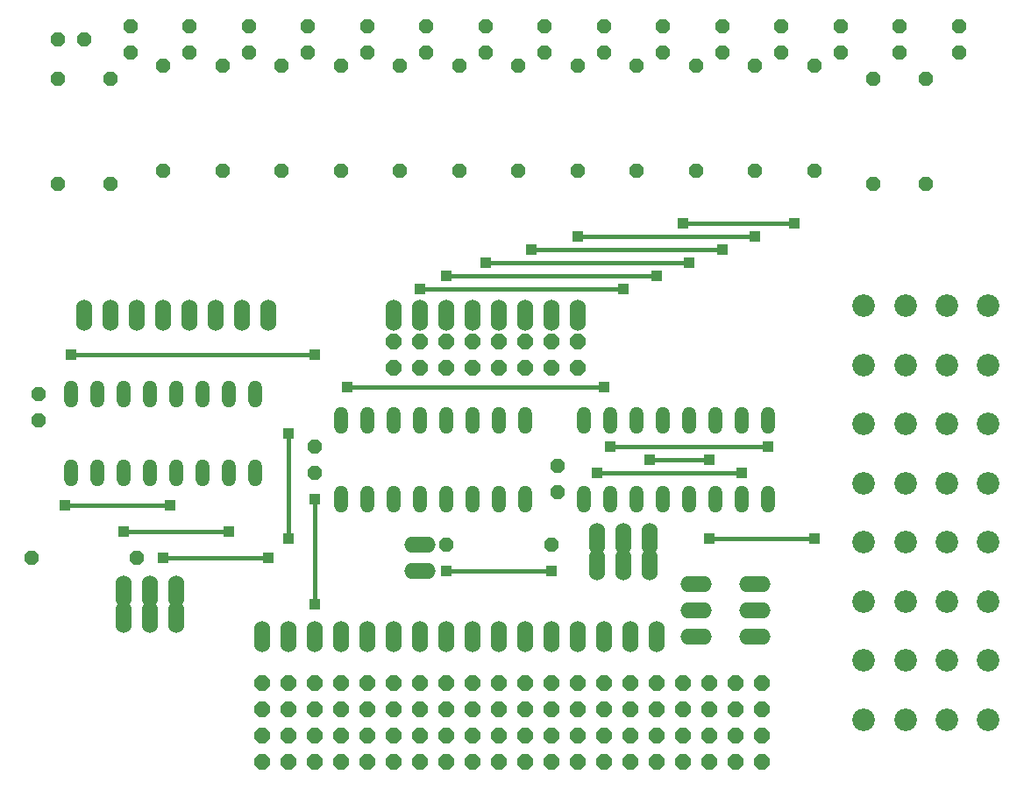
<source format=gbr>
G75*
G70*
%OFA0B0*%
%FSLAX24Y24*%
%IPPOS*%
%LPD*%
%AMOC8*
5,1,8,0,0,1.08239X$1,22.5*
%
%ADD10OC8,0.0600*%
%ADD11O,0.0600X0.1200*%
%ADD12OC8,0.0520*%
%ADD13O,0.1200X0.0600*%
%ADD14O,0.0520X0.1040*%
%ADD15C,0.0860*%
%ADD16R,0.0400X0.0400*%
%ADD17C,0.0160*%
D10*
X011177Y004088D03*
X012177Y004088D03*
X013177Y004088D03*
X014177Y004088D03*
X015177Y004088D03*
X016177Y004088D03*
X017177Y004088D03*
X018177Y004088D03*
X019177Y004088D03*
X020177Y004088D03*
X021177Y004088D03*
X022177Y004088D03*
X023177Y004088D03*
X024177Y004088D03*
X025177Y004088D03*
X026177Y004088D03*
X027177Y004088D03*
X028177Y004088D03*
X029177Y004088D03*
X030177Y004088D03*
X030177Y005088D03*
X029177Y005088D03*
X028177Y005088D03*
X027177Y005088D03*
X026177Y005088D03*
X025177Y005088D03*
X024177Y005088D03*
X023177Y005088D03*
X022177Y005088D03*
X021177Y005088D03*
X020177Y005088D03*
X019177Y005088D03*
X018177Y005088D03*
X017177Y005088D03*
X016177Y005088D03*
X015177Y005088D03*
X014177Y005088D03*
X013177Y005088D03*
X012177Y005088D03*
X011177Y005088D03*
X011177Y006088D03*
X012177Y006088D03*
X013177Y006088D03*
X014177Y006088D03*
X015177Y006088D03*
X016177Y006088D03*
X017177Y006088D03*
X018177Y006088D03*
X019177Y006088D03*
X020177Y006088D03*
X021177Y006088D03*
X022177Y006088D03*
X023177Y006088D03*
X024177Y006088D03*
X025177Y006088D03*
X026177Y006088D03*
X027177Y006088D03*
X028177Y006088D03*
X029177Y006088D03*
X030177Y006088D03*
X030177Y007088D03*
X029177Y007088D03*
X028177Y007088D03*
X027177Y007088D03*
X026177Y007088D03*
X025177Y007088D03*
X024177Y007088D03*
X023177Y007088D03*
X022177Y007088D03*
X021177Y007088D03*
X020177Y007088D03*
X019177Y007088D03*
X018177Y007088D03*
X017177Y007088D03*
X016177Y007088D03*
X015177Y007088D03*
X014177Y007088D03*
X013177Y007088D03*
X012177Y007088D03*
X011177Y007088D03*
X016177Y019088D03*
X017177Y019088D03*
X018177Y019088D03*
X019177Y019088D03*
X020177Y019088D03*
X021177Y019088D03*
X022177Y019088D03*
X023177Y019088D03*
X023177Y020088D03*
X022177Y020088D03*
X021177Y020088D03*
X020177Y020088D03*
X019177Y020088D03*
X018177Y020088D03*
X017177Y020088D03*
X016177Y020088D03*
D11*
X005927Y009588D03*
X006927Y009588D03*
X007927Y009588D03*
X007927Y010588D03*
X006927Y010588D03*
X005927Y010588D03*
X011177Y008838D03*
X012177Y008838D03*
X013177Y008838D03*
X014177Y008838D03*
X015177Y008838D03*
X016177Y008838D03*
X017177Y008838D03*
X018177Y008838D03*
X019177Y008838D03*
X020177Y008838D03*
X021177Y008838D03*
X022177Y008838D03*
X023177Y008838D03*
X024177Y008838D03*
X025177Y008838D03*
X026177Y008838D03*
X025927Y011588D03*
X024927Y011588D03*
X023927Y011588D03*
X023927Y012588D03*
X024927Y012588D03*
X025927Y012588D03*
X023177Y021088D03*
X022177Y021088D03*
X021177Y021088D03*
X020177Y021088D03*
X019177Y021088D03*
X018177Y021088D03*
X017177Y021088D03*
X016177Y021088D03*
X011427Y021088D03*
X010427Y021088D03*
X009427Y021088D03*
X008427Y021088D03*
X007427Y021088D03*
X006427Y021088D03*
X005427Y021088D03*
X004427Y021088D03*
D12*
X002677Y018088D03*
X002677Y017088D03*
X002427Y011838D03*
X006427Y011838D03*
X013177Y015088D03*
X013177Y016088D03*
X018177Y012338D03*
X022177Y012338D03*
X022427Y014338D03*
X022427Y015338D03*
X034427Y026088D03*
X036427Y026088D03*
X032177Y026588D03*
X029927Y026588D03*
X027677Y026588D03*
X025427Y026588D03*
X023177Y026588D03*
X020927Y026588D03*
X018677Y026588D03*
X016427Y026588D03*
X014177Y026588D03*
X011927Y026588D03*
X009677Y026588D03*
X007427Y026588D03*
X005427Y026088D03*
X003427Y026088D03*
X003427Y030088D03*
X003427Y031588D03*
X004427Y031588D03*
X006177Y031088D03*
X006177Y032088D03*
X007427Y030588D03*
X008427Y031088D03*
X008427Y032088D03*
X009677Y030588D03*
X010677Y031088D03*
X010677Y032088D03*
X011927Y030588D03*
X012927Y031088D03*
X012927Y032088D03*
X014177Y030588D03*
X015177Y031088D03*
X015177Y032088D03*
X016427Y030588D03*
X017427Y031088D03*
X017427Y032088D03*
X018677Y030588D03*
X019677Y031088D03*
X019677Y032088D03*
X020927Y030588D03*
X021927Y031088D03*
X021927Y032088D03*
X023177Y030588D03*
X024177Y031088D03*
X024177Y032088D03*
X025427Y030588D03*
X026427Y031088D03*
X026427Y032088D03*
X027677Y030588D03*
X028677Y031088D03*
X028677Y032088D03*
X029927Y030588D03*
X030927Y031088D03*
X030927Y032088D03*
X032177Y030588D03*
X033177Y031088D03*
X033177Y032088D03*
X035427Y032088D03*
X035427Y031088D03*
X034427Y030088D03*
X036427Y030088D03*
X037677Y031088D03*
X037677Y032088D03*
X005427Y030088D03*
D13*
X017177Y012338D03*
X017177Y011338D03*
X027677Y010838D03*
X027677Y009838D03*
X027677Y008838D03*
X029927Y008838D03*
X029927Y009838D03*
X029927Y010838D03*
D14*
X029427Y014088D03*
X030427Y014088D03*
X028427Y014088D03*
X027427Y014088D03*
X026427Y014088D03*
X025427Y014088D03*
X024427Y014088D03*
X023427Y014088D03*
X021177Y014088D03*
X020177Y014088D03*
X019177Y014088D03*
X018177Y014088D03*
X017177Y014088D03*
X016177Y014088D03*
X015177Y014088D03*
X014177Y014088D03*
X014177Y017088D03*
X015177Y017088D03*
X016177Y017088D03*
X017177Y017088D03*
X018177Y017088D03*
X019177Y017088D03*
X020177Y017088D03*
X021177Y017088D03*
X023427Y017088D03*
X024427Y017088D03*
X025427Y017088D03*
X026427Y017088D03*
X027427Y017088D03*
X028427Y017088D03*
X029427Y017088D03*
X030427Y017088D03*
X010927Y018088D03*
X009927Y018088D03*
X008927Y018088D03*
X007927Y018088D03*
X006927Y018088D03*
X005927Y018088D03*
X004927Y018088D03*
X003927Y018088D03*
X003927Y015088D03*
X004927Y015088D03*
X005927Y015088D03*
X006927Y015088D03*
X007927Y015088D03*
X008927Y015088D03*
X009927Y015088D03*
X010927Y015088D03*
D15*
X034065Y014695D03*
X035640Y014695D03*
X037215Y014695D03*
X038789Y014695D03*
X038789Y012445D03*
X037215Y012445D03*
X035640Y012445D03*
X034065Y012445D03*
X034065Y010195D03*
X035640Y010195D03*
X037215Y010195D03*
X038789Y010195D03*
X038789Y007945D03*
X037215Y007945D03*
X035640Y007945D03*
X034065Y007945D03*
X034065Y005695D03*
X035640Y005695D03*
X037215Y005695D03*
X038789Y005695D03*
X038789Y016945D03*
X037215Y016945D03*
X035640Y016945D03*
X034065Y016945D03*
X034065Y019195D03*
X035640Y019195D03*
X037215Y019195D03*
X038789Y019195D03*
X038789Y021445D03*
X037215Y021445D03*
X035640Y021445D03*
X034065Y021445D03*
D16*
X031427Y024588D03*
X029927Y024088D03*
X028677Y023588D03*
X027427Y023088D03*
X026177Y022588D03*
X024927Y022088D03*
X023177Y024088D03*
X021427Y023588D03*
X019677Y023088D03*
X018177Y022588D03*
X017177Y022088D03*
X013177Y019588D03*
X014427Y018338D03*
X012177Y016588D03*
X013177Y014088D03*
X012177Y012588D03*
X011427Y011838D03*
X009927Y012838D03*
X007677Y013838D03*
X005927Y012838D03*
X007427Y011838D03*
X003677Y013838D03*
X003927Y019588D03*
X013177Y010088D03*
X018177Y011338D03*
X022177Y011338D03*
X023927Y015088D03*
X024427Y016088D03*
X025927Y015588D03*
X028177Y015588D03*
X029427Y015088D03*
X030427Y016088D03*
X032177Y012588D03*
X028177Y012588D03*
X024177Y018338D03*
X027177Y024588D03*
D17*
X031427Y024588D01*
X029927Y024088D02*
X023177Y024088D01*
X021427Y023588D02*
X028677Y023588D01*
X027427Y023088D02*
X019677Y023088D01*
X018177Y022588D02*
X026177Y022588D01*
X024927Y022088D02*
X017177Y022088D01*
X013177Y019588D02*
X003927Y019588D01*
X003677Y013838D02*
X007677Y013838D01*
X005927Y012838D02*
X009927Y012838D01*
X011427Y011838D02*
X007427Y011838D01*
X012177Y012588D02*
X012177Y016588D01*
X014427Y018338D02*
X024177Y018338D01*
X024427Y016088D02*
X030427Y016088D01*
X029427Y015088D02*
X023927Y015088D01*
X025927Y015588D02*
X028177Y015588D01*
X028177Y012588D02*
X032177Y012588D01*
X022177Y011338D02*
X018177Y011338D01*
X013177Y010088D02*
X013177Y014088D01*
M02*

</source>
